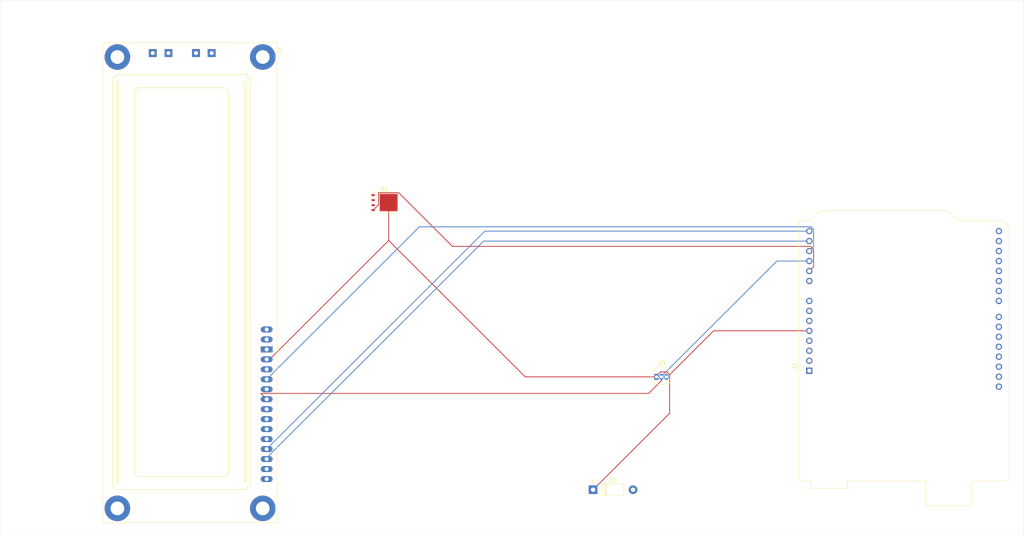
<source format=kicad_pcb>
(kicad_pcb (version 20240108) (generator "pcbnew") (generator_version "8.0")
  (layers (0 "F.Cu" signal) (31 "B.Cu" signal) (34 "B.Paste" user) (35 "F.Paste" user) (36 "B.SilkS" user "B.Silkscreen") (37 "F.SilkS" user "F.Silkscreen") (38 "B.Mask" user) (39 "F.Mask" user) (44 "Edge.Cuts" user))
  (net 0 "")
  (net 5 "Net-(A1-A3)")
  (net 6 "Net-(A1-A2)")
  (net 9 "Net-(A1-A1)")
  (net 17 "Net-(A1-D8)")
  (net 20 "Net-(A1-SCL{slash}A5)")
  (net 28 "+5V")
  (net 29 "Net-(A1-SDA{slash}A4)")
  (net 30 "Net-(A1-A0)")
  (net 31 "Net-(D1-A)")
  (footprint "Display:LCD-016N002L" (layer "F.Cu") (at 88 113.25 -90)
    (property "Reference" "U1" (at -76.21 -3.41 90) (layer "F.SilkS"))
    (property "Value" "LCD-016N002L")
    (fp_line (start -78.14 41.64) (end 44.14 41.64) (stroke (width 0.12)) (layer "F.SilkS"))
    (fp_line (start -69.215 39.243) (end 34.925 39.243) (stroke (width 0.15)) (layer "F.SilkS"))
    (fp_line (start -69.215 39.243) (end -69.215 38.481) (stroke (width 0.15)) (layer "F.SilkS"))
    (fp_line (start -69.215 38.481) (end -69.977 38.481) (stroke (width 0.15)) (layer "F.SilkS"))
    (fp_line (start 34.925 38.481) (end 34.925 39.243) (stroke (width 0.15)) (layer "F.SilkS"))
    (fp_line (start 35.687 38.481) (end 34.925 38.481) (stroke (width 0.15)) (layer "F.SilkS"))
    (fp_line (start 35.687 38.481) (end 35.687 4.953) (stroke (width 0.15)) (layer "F.SilkS"))
    (fp_line (start -67.945 38.227) (end 33.655 38.227) (stroke (width 0.15)) (layer "F.SilkS"))
    (fp_line (start 33.655 38.227) (end 33.909 37.973) (stroke (width 0.15)) (layer "F.SilkS"))
    (fp_line (start -68.199 37.973) (end -67.945 38.227) (stroke (width 0.15)) (layer "F.SilkS"))
    (fp_line (start 33.909 37.973) (end 33.655 37.719) (stroke (width 0.15)) (layer "F.SilkS"))
    (fp_line (start -67.945 37.719) (end -68.199 37.973) (stroke (width 0.15)) (layer "F.SilkS"))
    (fp_line (start 33.655 37.719) (end -67.945 37.719) (stroke (width 0.15)) (layer "F.SilkS"))
    (fp_line (start -65.913 33.655) (end -66.675 32.893) (stroke (width 0.15)) (layer "F.SilkS"))
    (fp_line (start 31.623 33.655) (end -65.913 33.655) (stroke (width 0.15)) (layer "F.SilkS"))
    (fp_line (start -66.675 32.893) (end -66.675 10.541) (stroke (width 0.15)) (layer "F.SilkS"))
    (fp_line (start 32.385 32.893) (end 31.623 33.655) (stroke (width 0.15)) (layer "F.SilkS"))
    (fp_line (start -66.675 10.541) (end -65.913 9.779) (stroke (width 0.15)) (layer "F.SilkS"))
    (fp_line (start 32.385 10.541) (end 32.385 32.893) (stroke (width 0.15)) (layer "F.SilkS"))
    (fp_line (start -65.913 9.779) (end 31.623 9.779) (stroke (width 0.15)) (layer "F.SilkS"))
    (fp_line (start 31.623 9.779) (end 32.385 10.541) (stroke (width 0.15)) (layer "F.SilkS"))
    (fp_line (start -67.945 5.715) (end 33.655 5.715) (stroke (width 0.15)) (layer "F.SilkS"))
    (fp_line (start -68.199 5.461) (end -67.945 5.715) (stroke (width 0.15)) (layer "F.SilkS"))
    (fp_line (start 33.909 5.461) (end 33.655 5.715) (stroke (width 0.15)) (layer "F.SilkS"))
    (fp_line (start -67.945 5.207) (end -68.199 5.461) (stroke (width 0.15)) (layer "F.SilkS"))
    (fp_line (start 33.655 5.207) (end 33.909 5.461) (stroke (width 0.15)) (layer "F.SilkS"))
    (fp_line (start 33.655 5.207) (end -67.945 5.207) (stroke (width 0.15)) (layer "F.SilkS"))
    (fp_line (start -69.977 4.953) (end -69.977 38.481) (stroke (width 0.15)) (layer "F.SilkS"))
    (fp_line (start -69.215 4.953) (end -69.977 4.953) (stroke (width 0.15)) (layer "F.SilkS"))
    (fp_line (start 34.925 4.953) (end 35.687 4.953) (stroke (width 0.15)) (layer "F.SilkS"))
    (fp_line (start -69.215 4.191) (end -69.215 4.953) (stroke (width 0.15)) (layer "F.SilkS"))
    (fp_line (start 34.925 4.191) (end 34.925 4.953) (stroke (width 0.15)) (layer "F.SilkS"))
    (fp_line (start 34.925 4.191) (end -69.215 4.191) (stroke (width 0.15)) (layer "F.SilkS"))
    (fp_line (start -78.14 -2.64) (end -78.14 41.64) (stroke (width 0.12)) (layer "F.SilkS"))
    (fp_line (start 44.14 -2.64) (end 44.14 41.64) (stroke (width 0.12)) (layer "F.SilkS"))
    (fp_line (start 44.14 -2.64) (end -78.14 -2.64) (stroke (width 0.12)) (layer "F.SilkS"))
    (fp_line (start -1 -3) (end 1 -3) (stroke (width 0.12)) (layer "F.SilkS"))
    (pad "" thru_hole circle (at -74.5 1 90) (size 6.5 6.5) (drill 3.5) (layers "*.Cu" "*.Mask"))
    (pad "" thru_hole circle (at -74.5 38 90) (size 6.5 6.5) (drill 3.5) (layers "*.Cu" "*.Mask"))
    (pad "" thru_hole circle (at 40.5 1 90) (size 6.5 6.5) (drill 3.5) (layers "*.Cu" "*.Mask"))
    (pad "" thru_hole circle (at 40.5 38 90) (size 6.5 6.5) (drill 3.5) (layers "*.Cu" "*.Mask"))
    (pad "1" thru_hole rect (at 0 0 90) (size 1.5 3) (drill 1) (layers "*.Cu" "*.Mask"))
    (pad "2" thru_hole oval (at 2.54 0 90) (size 1.5 3) (drill 1) (layers "*.Cu" "*.Mask") (net 28 "+5V"))
    (pad "3" thru_hole oval (at 5.08 0 90) (size 1.5 3) (drill 1) (layers "*.Cu" "*.Mask"))
    (pad "4" thru_hole oval (at 7.62 0 90) (size 1.5 3) (drill 1) (layers "*.Cu" "*.Mask") (net 5 "Net-(A1-A3)"))
    (pad "5" thru_hole oval (at 10.16 0 90) (size 1.5 3) (drill 1) (layers "*.Cu" "*.Mask"))
    (pad "6" thru_hole oval (at 12.7 0 90) (size 1.5 3) (drill 1) (layers "*.Cu" "*.Mask") (net 6 "Net-(A1-A2)"))
    (pad "7" thru_hole oval (at 15.24 0 90) (size 1.5 3) (drill 1) (layers "*.Cu" "*.Mask"))
    (pad "8" thru_hole oval (at 17.78 0 90) (size 1.5 3) (drill 1) (layers "*.Cu" "*.Mask"))
    (pad "9" thru_hole oval (at 20.32 0 90) (size 1.5 3) (drill 1) (layers "*.Cu" "*.Mask"))
    (pad "10" thru_hole oval (at 22.86 0 90) (size 1.5 3) (drill 1) (layers "*.Cu" "*.Mask"))
    (pad "11" thru_hole oval (at 25.4 0 90) (size 1.5 3) (drill 1) (layers "*.Cu" "*.Mask") (net 20 "Net-(A1-SCL{slash}A5)"))
    (pad "12" thru_hole oval (at 27.94 0 90) (size 1.5 3) (drill 1) (layers "*.Cu" "*.Mask") (net 29 "Net-(A1-SDA{slash}A4)"))
    (pad "13" thru_hole oval (at 30.48 0 90) (size 1.5 3) (drill 1) (layers "*.Cu" "*.Mask"))
    (pad "14" thru_hole oval (at 33.02 0 90) (size 1.5 3) (drill 1) (layers "*.Cu" "*.Mask"))
    (pad "15" thru_hole oval (at -2.54 0 90) (size 1.5 3) (drill 1) (layers "*.Cu" "*.Mask"))
    (pad "16" thru_hole oval (at -5.08 0 90) (size 1.5 3) (drill 1) (layers "*.Cu" "*.Mask"))
    (pad "A1" thru_hole rect (at -75.5 14 90) (size 2 2) (drill 1) (layers "*.Cu" "*.Mask"))
    (pad "A2" thru_hole rect (at -75.5 25 90) (size 2 2) (drill 1) (layers "*.Cu" "*.Mask"))
    (pad "K1" thru_hole rect (at -75.5 18 90) (size 2 2) (drill 1) (layers "*.Cu" "*.Mask"))
    (pad "K2" thru_hole rect (at -75.5 29 90) (size 2 2) (drill 1) (layers "*.Cu" "*.Mask"))
  )
  (footprint "Package_TO_SOT_SMD:TDSON-8-1" (layer "F.Cu") (at 118 75.85)
    (property "Reference" "Q1" (at 0 -3.5 0) (layer "F.SilkS"))
    (property "Value" "BSC13DN30NSFD")
    (fp_line (start 3.06 -2.685) (end -2.62 -2.685) (stroke (width 0.12)) (layer "F.SilkS"))
    (fp_line (start 3.06 2.685) (end -3.06 2.685) (stroke (width 0.12)) (layer "F.SilkS"))
    (fp_poly (pts (xy -3.131622 -2.42027) (xy -3.371622 -2.75027) (xy -2.891622 -2.75027) (xy -3.131622 -2.42027)) (stroke (width 0.12)) (fill solid) (layer "F.SilkS"))
    (pad "1" smd roundrect (at -2.9 -1.905) (size 0.85 0.5) (layers "F.Cu" "F.Paste" "F.Mask"))
    (pad "2" smd roundrect (at -2.9 -0.635) (size 0.85 0.5) (layers "F.Cu" "F.Paste" "F.Mask"))
    (pad "3" smd roundrect (at -2.9 0.635) (size 0.85 0.5) (layers "F.Cu" "F.Paste" "F.Mask"))
    (pad "4" smd roundrect (at -2.9 1.905) (size 0.85 0.5) (layers "F.Cu" "F.Paste" "F.Mask") (net 9 "Net-(A1-A1)"))
    (pad "5" smd rect (at 1.05 0) (size 4.55 4.41) (layers "F.Cu") (net 28 "+5V"))
  )
  (footprint "Diode_THT:D_DO-41_SOD81_P10.16mm_Horizontal" (layer "F.Cu") (at 171.09 149)
    (property "Reference" "D1" (at 5.08 -2.47 0) (layer "F.SilkS"))
    (property "Value" "1N4007")
    (fp_line (start 1.34 0) (end 2.36 0) (stroke (width 0.12)) (layer "F.SilkS"))
    (fp_line (start 2.36 -1.47) (end 2.36 1.47) (stroke (width 0.12)) (layer "F.SilkS"))
    (fp_line (start 2.36 1.47) (end 7.8 1.47) (stroke (width 0.12)) (layer "F.SilkS"))
    (fp_line (start 3.14 -1.47) (end 3.14 1.47) (stroke (width 0.12)) (layer "F.SilkS"))
    (fp_line (start 3.26 -1.47) (end 3.26 1.47) (stroke (width 0.12)) (layer "F.SilkS"))
    (fp_line (start 3.38 -1.47) (end 3.38 1.47) (stroke (width 0.12)) (layer "F.SilkS"))
    (fp_line (start 7.8 -1.47) (end 2.36 -1.47) (stroke (width 0.12)) (layer "F.SilkS"))
    (fp_line (start 7.8 1.47) (end 7.8 -1.47) (stroke (width 0.12)) (layer "F.SilkS"))
    (fp_line (start 8.82 0) (end 7.8 0) (stroke (width 0.12)) (layer "F.SilkS"))
    (fp_text user "K" (at 0 -2.1 0) (layer "F.SilkS"))
    (pad "1" thru_hole rect (at 0 0) (size 2.2 2.2) (drill 1.1) (layers "*.Cu" "*.Mask") (net 28 "+5V"))
    (pad "2" thru_hole oval (at 10.16 0) (size 2.2 2.2) (drill 1.1) (layers "*.Cu" "*.Mask") (net 31 "Net-(D1-A)"))
  )
  (footprint "Module:Arduino_UNO_R2" (layer "F.Cu") (at 226.12 118.675 90)
    (property "Reference" "A1" (at 1.27 -3.81 90) (layer "F.SilkS"))
    (property "Value" "Arduino_UNO_R2")
    (fp_line (start 38.23 -2.67) (end -28.07 -2.67) (stroke (width 0.12)) (layer "F.SilkS"))
    (fp_line (start -28.07 -2.67) (end -28.07 0.51) (stroke (width 0.12)) (layer "F.SilkS"))
    (fp_line (start 38.23 0) (end 38.23 -2.67) (stroke (width 0.12)) (layer "F.SilkS"))
    (fp_line (start -28.07 0.51) (end -29.97 0.51) (stroke (width 0.12)) (layer "F.SilkS"))
    (fp_line (start -29.97 0.51) (end -29.97 9.65) (stroke (width 0.12)) (layer "F.SilkS"))
    (fp_line (start 40.77 2.54) (end 38.23 0) (stroke (width 0.12)) (layer "F.SilkS"))
    (fp_line (start -28.07 9.65) (end -28.07 29.72) (stroke (width 0.12)) (layer "F.SilkS"))
    (fp_line (start -29.97 9.65) (end -28.07 9.65) (stroke (width 0.12)) (layer "F.SilkS"))
    (fp_line (start -28.07 29.72) (end -34.42 29.72) (stroke (width 0.12)) (layer "F.SilkS"))
    (fp_line (start -34.42 29.72) (end -34.42 41.4) (stroke (width 0.12)) (layer "F.SilkS"))
    (fp_line (start 40.77 35.31) (end 40.77 2.54) (stroke (width 0.12)) (layer "F.SilkS"))
    (fp_line (start 38.23 37.85) (end 40.77 35.31) (stroke (width 0.12)) (layer "F.SilkS"))
    (fp_line (start -28.07 41.4) (end -28.07 50.93) (stroke (width 0.12)) (layer "F.SilkS"))
    (fp_line (start -34.42 41.4) (end -28.07 41.4) (stroke (width 0.12)) (layer "F.SilkS"))
    (fp_line (start 38.23 49.28) (end 38.23 37.85) (stroke (width 0.12)) (layer "F.SilkS"))
    (fp_line (start 36.58 50.93) (end 38.23 49.28) (stroke (width 0.12)) (layer "F.SilkS"))
    (fp_line (start -28.07 50.93) (end 36.58 50.93) (stroke (width 0.12)) (layer "F.SilkS"))
    (pad "1" thru_hole rect (at 0 0 180) (size 1.6 1.6) (drill 1) (layers "*.Cu" "*.Mask"))
    (pad "2" thru_hole oval (at 2.54 0 180) (size 1.6 1.6) (drill 1) (layers "*.Cu" "*.Mask"))
    (pad "3" thru_hole oval (at 5.08 0 180) (size 1.6 1.6) (drill 1) (layers "*.Cu" "*.Mask"))
    (pad "4" thru_hole oval (at 7.62 0 180) (size 1.6 1.6) (drill 1) (layers "*.Cu" "*.Mask"))
    (pad "5" thru_hole oval (at 10.16 0 180) (size 1.6 1.6) (drill 1) (layers "*.Cu" "*.Mask") (net 28 "+5V"))
    (pad "6" thru_hole oval (at 12.7 0 180) (size 1.6 1.6) (drill 1) (layers "*.Cu" "*.Mask"))
    (pad "7" thru_hole oval (at 15.24 0 180) (size 1.6 1.6) (drill 1) (layers "*.Cu" "*.Mask"))
    (pad "8" thru_hole oval (at 17.78 0 180) (size 1.6 1.6) (drill 1) (layers "*.Cu" "*.Mask"))
    (pad "9" thru_hole oval (at 22.86 0 180) (size 1.6 1.6) (drill 1) (layers "*.Cu" "*.Mask") (net 30 "Net-(A1-A0)"))
    (pad "10" thru_hole oval (at 25.4 0 180) (size 1.6 1.6) (drill 1) (layers "*.Cu" "*.Mask") (net 9 "Net-(A1-A1)"))
    (pad "11" thru_hole oval (at 27.94 0 180) (size 1.6 1.6) (drill 1) (layers "*.Cu" "*.Mask") (net 6 "Net-(A1-A2)"))
    (pad "12" thru_hole oval (at 30.48 0 180) (size 1.6 1.6) (drill 1) (layers "*.Cu" "*.Mask") (net 5 "Net-(A1-A3)"))
    (pad "13" thru_hole oval (at 33.02 0 180) (size 1.6 1.6) (drill 1) (layers "*.Cu" "*.Mask") (net 29 "Net-(A1-SDA{slash}A4)"))
    (pad "14" thru_hole oval (at 35.56 0 180) (size 1.6 1.6) (drill 1) (layers "*.Cu" "*.Mask") (net 20 "Net-(A1-SCL{slash}A5)"))
    (pad "15" thru_hole oval (at 35.56 48.26 180) (size 1.6 1.6) (drill 1) (layers "*.Cu" "*.Mask"))
    (pad "16" thru_hole oval (at 33.02 48.26 180) (size 1.6 1.6) (drill 1) (layers "*.Cu" "*.Mask"))
    (pad "17" thru_hole oval (at 30.48 48.26 180) (size 1.6 1.6) (drill 1) (layers "*.Cu" "*.Mask"))
    (pad "18" thru_hole oval (at 27.94 48.26 180) (size 1.6 1.6) (drill 1) (layers "*.Cu" "*.Mask"))
    (pad "19" thru_hole oval (at 25.4 48.26 180) (size 1.6 1.6) (drill 1) (layers "*.Cu" "*.Mask"))
    (pad "20" thru_hole oval (at 22.86 48.26 180) (size 1.6 1.6) (drill 1) (layers "*.Cu" "*.Mask"))
    (pad "21" thru_hole oval (at 20.32 48.26 180) (size 1.6 1.6) (drill 1) (layers "*.Cu" "*.Mask"))
    (pad "22" thru_hole oval (at 17.78 48.26 180) (size 1.6 1.6) (drill 1) (layers "*.Cu" "*.Mask"))
    (pad "23" thru_hole oval (at 13.72 48.26 180) (size 1.6 1.6) (drill 1) (layers "*.Cu" "*.Mask") (net 17 "Net-(A1-D8)"))
    (pad "24" thru_hole oval (at 11.18 48.26 180) (size 1.6 1.6) (drill 1) (layers "*.Cu" "*.Mask"))
    (pad "25" thru_hole oval (at 8.64 48.26 180) (size 1.6 1.6) (drill 1) (layers "*.Cu" "*.Mask"))
    (pad "26" thru_hole oval (at 6.1 48.26 180) (size 1.6 1.6) (drill 1) (layers "*.Cu" "*.Mask"))
    (pad "27" thru_hole oval (at 3.56 48.26 180) (size 1.6 1.6) (drill 1) (layers "*.Cu" "*.Mask"))
    (pad "28" thru_hole oval (at 1.02 48.26 180) (size 1.6 1.6) (drill 1) (layers "*.Cu" "*.Mask"))
    (pad "29" thru_hole oval (at -1.52 48.26 180) (size 1.6 1.6) (drill 1) (layers "*.Cu" "*.Mask"))
    (pad "30" thru_hole oval (at -4.06 48.26 180) (size 1.6 1.6) (drill 1) (layers "*.Cu" "*.Mask"))
  )
  (footprint "Package_TO_SOT_THT:TO-92_Inline" (layer "F.Cu") (at 187.21 120.25)
    (property "Reference" "U3" (at 1.27 -3.56 0) (layer "F.SilkS"))
    (property "Value" "LM35-LP")
    (fp_line (start -0.53 1.85) (end 3.07 1.85) (stroke (width 0.12)) (layer "F.SilkS"))
    (fp_arc (start -0.568478 1.838478) (mid -1.132087 -0.994977) (end 1.27 -2.6) (stroke (width 0.12)) (layer "F.SilkS"))
    (fp_arc (start 1.27 -2.6) (mid 3.672087 -0.994977) (end 3.108478 1.838478) (stroke (width 0.12)) (layer "F.SilkS"))
    (pad "1" thru_hole rect (at 0 0) (size 1.05 1.5) (drill 0.75) (layers "*.Cu" "*.Mask") (net 28 "+5V"))
    (pad "2" thru_hole oval (at 1.27 0) (size 1.05 1.5) (drill 0.75) (layers "*.Cu" "*.Mask") (net 6 "Net-(A1-A2)"))
    (pad "3" thru_hole oval (at 2.54 0) (size 1.05 1.5) (drill 0.75) (layers "*.Cu" "*.Mask"))
  )
  (gr_rect (start 20.1425 24.25) (end 280.75 160.75) (stroke (width 0.05)) (fill none) (layer "Edge.Cuts"))
  (segment (start 226.575635 82.015) (end 227.22 82.659365) (width 0.2) (layer "B.Cu") (net 5))
  (segment (start 126.855 82.015) (end 226.575635 82.015) (width 0.2) (layer "B.Cu") (net 5))
  (segment (start 88 120.87) (end 126.855 82.015) (width 0.2) (layer "B.Cu") (net 5))
  (segment (start 227.22 87.095) (end 226.12 88.195) (width 0.2) (layer "B.Cu") (net 5))
  (segment (start 227.22 82.659365) (end 227.22 87.095) (width 0.2) (layer "B.Cu") (net 5))
  (segment (start 86.51 124.46) (end 185.22 124.46) (width 0.2) (layer "F.Cu") (net 6))
  (segment (start 185.22 124.46) (end 188.48 121.2) (width 0.2) (layer "F.Cu") (net 6))
  (segment (start 188.48 121.2) (end 188.48 120.25) (width 0.2) (layer "F.Cu") (net 6))
  (segment (start 88 125.95) (end 86.51 124.46) (width 0.2) (layer "F.Cu") (net 6))
  (segment (start 217.873274 90.735) (end 226.12 90.735) (width 0.2) (layer "B.Cu") (net 6))
  (segment (start 188.48 120.128274) (end 217.873274 90.735) (width 0.2) (layer "B.Cu") (net 6))
  (segment (start 188.48 120.25) (end 188.48 120.128274) (width 0.2) (layer "B.Cu") (net 6))
  (segment (start 135.28 87) (end 121.625 73.345) (width 0.2) (layer "F.Cu") (net 9))
  (segment (start 116.475 73.345) (end 116.475 76.38) (width 0.2) (layer "F.Cu") (net 9))
  (segment (start 116.475 76.38) (end 115.1 77.755) (width 0.2) (layer "F.Cu") (net 9))
  (segment (start 227.22 92.175) (end 227.22 87.739365) (width 0.2) (layer "F.Cu") (net 9))
  (segment (start 226.12 93.275) (end 227.22 92.175) (width 0.2) (layer "F.Cu") (net 9))
  (segment (start 227.22 87.739365) (end 226.480635 87) (width 0.2) (layer "F.Cu") (net 9))
  (segment (start 226.480635 87) (end 135.28 87) (width 0.2) (layer "F.Cu") (net 9))
  (segment (start 121.625 73.345) (end 116.475 73.345) (width 0.2) (layer "F.Cu") (net 9))
  (segment (start 226.575635 82.615) (end 225.664365 82.615) (width 0.2) (layer "F.Cu") (net 20))
  (segment (start 143.535 83.115) (end 226.12 83.115) (width 0.2) (layer "B.Cu") (net 20))
  (segment (start 88 138.65) (end 143.535 83.115) (width 0.2) (layer "B.Cu") (net 20))
  (segment (start 88.75 115.79) (end 119.05 85.49) (width 0.2) (layer "F.Cu") (net 28))
  (segment (start 153.81 120.25) (end 187.21 120.25) (width 0.2) (layer "F.Cu") (net 28))
  (segment (start 119.05 85.49) (end 119.05 75.85) (width 0.2) (layer "F.Cu") (net 28))
  (segment (start 189.891726 119) (end 188.235 119) (width 0.2) (layer "F.Cu") (net 28))
  (segment (start 88 115.79) (end 88.75 115.79) (width 0.2) (layer "F.Cu") (net 28))
  (segment (start 187.21 120.025) (end 187.21 120.25) (width 0.2) (layer "F.Cu") (net 28))
  (segment (start 118.034506 75.85) (end 119.05 75.85) (width 0.2) (layer "F.Cu") (net 28))
  (segment (start 201.743274 108.515) (end 190.575 119.683274) (width 0.2) (layer "F.Cu") (net 28))
  (segment (start 119.05 85.49) (end 153.81 120.25) (width 0.2) (layer "F.Cu") (net 28))
  (segment (start 226.12 108.515) (end 201.743274 108.515) (width 0.2) (layer "F.Cu") (net 28))
  (segment (start 190.575 119.683274) (end 189.891726 119) (width 0.2) (layer "F.Cu") (net 28))
  (segment (start 171.09 149) (end 190.575 129.515) (width 0.2) (layer "F.Cu") (net 28))
  (segment (start 190.575 129.515) (end 190.575 119.683274) (width 0.2) (layer "F.Cu") (net 28))
  (segment (start 188.235 119) (end 187.21 120.025) (width 0.2) (layer "F.Cu") (net 28))
  (segment (start 226.12 85.655) (end 143.229924 85.655) (width 0.2) (layer "B.Cu") (net 29))
  (segment (start 143.229924 85.655) (end 88 140.884924) (width 0.2) (layer "B.Cu") (net 29))
  (segment (start 88 140.884924) (end 88 141.19) (width 0.2) (layer "B.Cu") (net 29))
)
</source>
